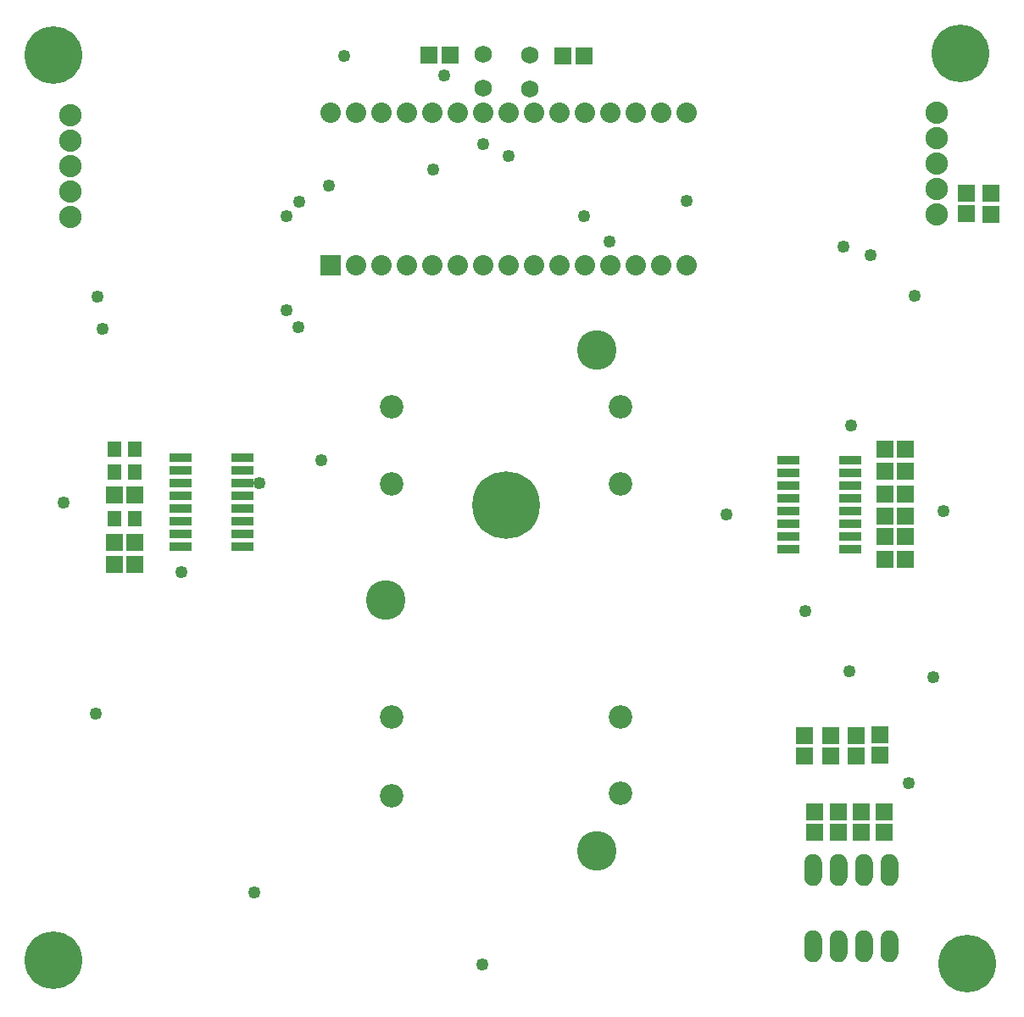
<source format=gts>
G04 MADE WITH FRITZING*
G04 WWW.FRITZING.ORG*
G04 DOUBLE SIDED*
G04 HOLES PLATED*
G04 CONTOUR ON CENTER OF CONTOUR VECTOR*
%ASAXBY*%
%FSLAX23Y23*%
%MOIN*%
%OFA0B0*%
%SFA1.0B1.0*%
%ADD10C,0.049370*%
%ADD11C,0.068189*%
%ADD12C,0.069055*%
%ADD13C,0.080000*%
%ADD14C,0.092677*%
%ADD15C,0.265905*%
%ADD16C,0.155669*%
%ADD17C,0.226535*%
%ADD18C,0.214724*%
%ADD19C,0.088000*%
%ADD20R,0.080000X0.079972*%
%ADD21R,0.090000X0.036000*%
%ADD22R,0.065118X0.069055*%
%ADD23R,0.069055X0.065118*%
%ADD24C,0.010000*%
%ADD25R,0.001000X0.001000*%
%LNMASK1*%
G90*
G70*
G54D10*
X3547Y878D03*
X1721Y3663D03*
X995Y2059D03*
X1236Y2148D03*
G54D11*
X3172Y236D03*
X3272Y236D03*
X3372Y236D03*
X3472Y236D03*
X3472Y536D03*
X3372Y536D03*
X3272Y536D03*
X3172Y536D03*
X3172Y236D03*
X3272Y236D03*
X3372Y236D03*
X3472Y236D03*
X3472Y536D03*
X3372Y536D03*
X3272Y536D03*
X3172Y536D03*
G54D10*
X1328Y3737D03*
G54D12*
X1873Y3745D03*
X1873Y3611D03*
X1873Y3745D03*
X1873Y3611D03*
X2058Y3741D03*
X2058Y3607D03*
X2058Y3741D03*
X2058Y3607D03*
G54D13*
X1273Y2914D03*
X1373Y2914D03*
X1473Y2914D03*
X1573Y2914D03*
X1673Y2914D03*
X1773Y2914D03*
X1873Y2914D03*
X1973Y2914D03*
X2073Y2914D03*
X2173Y2914D03*
X2273Y2914D03*
X2373Y2914D03*
X2473Y2914D03*
X2573Y2914D03*
X2673Y2914D03*
X1273Y3514D03*
X1373Y3514D03*
X1473Y3514D03*
X1573Y3514D03*
X1673Y3514D03*
X1773Y3514D03*
X1873Y3514D03*
X1973Y3514D03*
X2073Y3514D03*
X2173Y3514D03*
X2273Y3514D03*
X2373Y3514D03*
X2473Y3514D03*
X2573Y3514D03*
X2673Y3514D03*
G54D10*
X1870Y165D03*
X973Y450D03*
X351Y1153D03*
X358Y2792D03*
X377Y2666D03*
X688Y1708D03*
X223Y1982D03*
X1100Y2739D03*
X1147Y2672D03*
X1150Y3165D03*
X1100Y3110D03*
X2269Y3110D03*
X2675Y3169D03*
X3141Y1556D03*
X2370Y3008D03*
X3398Y2954D03*
X3569Y2794D03*
X3644Y1294D03*
X3685Y1949D03*
X3313Y1319D03*
X3292Y2989D03*
X3320Y2285D03*
X2832Y1934D03*
X1678Y3293D03*
X1975Y3345D03*
X1267Y3230D03*
X1873Y3392D03*
G54D14*
X2415Y2358D03*
X2415Y2055D03*
X1515Y2055D03*
X1515Y2358D03*
X1515Y829D03*
X1515Y1140D03*
X2415Y1140D03*
X2415Y837D03*
G54D15*
X1965Y1971D03*
G54D16*
X2319Y2582D03*
X1492Y1597D03*
X2319Y613D03*
G54D17*
X184Y181D03*
X3751Y3749D03*
X183Y3741D03*
X3776Y167D03*
G54D18*
X1969Y1971D03*
G54D19*
X252Y3106D03*
X252Y3206D03*
X252Y3306D03*
X252Y3406D03*
X252Y3506D03*
X3657Y3114D03*
X3657Y3214D03*
X3657Y3314D03*
X3657Y3414D03*
X3657Y3514D03*
G54D20*
X1273Y2914D03*
G54D21*
X685Y2158D03*
X685Y2108D03*
X685Y2058D03*
X685Y2008D03*
X685Y1958D03*
X685Y1908D03*
X685Y1858D03*
X685Y1808D03*
X927Y1808D03*
X927Y1858D03*
X927Y1908D03*
X927Y1958D03*
X927Y2008D03*
X927Y2058D03*
X927Y2108D03*
X927Y2158D03*
G54D22*
X504Y1739D03*
X423Y1739D03*
X504Y1825D03*
X423Y1825D03*
X504Y2011D03*
X423Y2011D03*
G54D21*
X3316Y1800D03*
X3316Y1850D03*
X3316Y1900D03*
X3316Y1950D03*
X3316Y2000D03*
X3316Y2050D03*
X3316Y2100D03*
X3316Y2150D03*
X3074Y2150D03*
X3074Y2100D03*
X3074Y2050D03*
X3074Y2000D03*
X3074Y1950D03*
X3074Y1900D03*
X3074Y1850D03*
X3074Y1800D03*
G54D22*
X3453Y2193D03*
X3534Y2193D03*
X3453Y2104D03*
X3534Y2104D03*
X3453Y2015D03*
X3534Y2015D03*
X3453Y1929D03*
X3534Y1929D03*
X3453Y1847D03*
X3534Y1847D03*
X3453Y1760D03*
X3534Y1760D03*
G54D23*
X3449Y766D03*
X3449Y685D03*
X3362Y766D03*
X3362Y685D03*
X3272Y766D03*
X3272Y685D03*
X3177Y766D03*
X3177Y685D03*
X3137Y1065D03*
X3137Y985D03*
X3241Y1064D03*
X3241Y984D03*
X3340Y1066D03*
X3340Y986D03*
X3434Y1068D03*
X3434Y988D03*
X3872Y3116D03*
X3872Y3197D03*
X3775Y3119D03*
X3775Y3200D03*
G54D22*
X1743Y3741D03*
X1662Y3741D03*
X2188Y3737D03*
X2269Y3737D03*
G54D24*
G36*
X476Y1890D02*
X476Y1949D01*
X531Y1949D01*
X531Y1890D01*
X476Y1890D01*
G37*
D02*
G36*
X396Y1890D02*
X396Y1949D01*
X451Y1949D01*
X451Y1890D01*
X396Y1890D01*
G37*
D02*
G36*
X476Y2072D02*
X476Y2131D01*
X531Y2131D01*
X531Y2072D01*
X476Y2072D01*
G37*
D02*
G36*
X396Y2072D02*
X396Y2131D01*
X451Y2131D01*
X451Y2072D01*
X396Y2072D01*
G37*
D02*
G36*
X476Y2162D02*
X476Y2221D01*
X531Y2221D01*
X531Y2162D01*
X476Y2162D01*
G37*
D02*
G36*
X396Y2162D02*
X396Y2221D01*
X451Y2221D01*
X451Y2162D01*
X396Y2162D01*
G37*
D02*
G54D25*
X3165Y599D02*
X3177Y599D01*
X3265Y599D02*
X3277Y599D01*
X3365Y599D02*
X3377Y599D01*
X3465Y599D02*
X3477Y599D01*
X3161Y598D02*
X3181Y598D01*
X3261Y598D02*
X3281Y598D01*
X3361Y598D02*
X3381Y598D01*
X3461Y598D02*
X3481Y598D01*
X3158Y597D02*
X3184Y597D01*
X3258Y597D02*
X3284Y597D01*
X3358Y597D02*
X3384Y597D01*
X3458Y597D02*
X3484Y597D01*
X3156Y596D02*
X3186Y596D01*
X3256Y596D02*
X3286Y596D01*
X3356Y596D02*
X3386Y596D01*
X3456Y596D02*
X3486Y596D01*
X3154Y595D02*
X3188Y595D01*
X3254Y595D02*
X3288Y595D01*
X3354Y595D02*
X3388Y595D01*
X3454Y595D02*
X3488Y595D01*
X3153Y594D02*
X3189Y594D01*
X3253Y594D02*
X3289Y594D01*
X3353Y594D02*
X3389Y594D01*
X3453Y594D02*
X3489Y594D01*
X3151Y593D02*
X3191Y593D01*
X3251Y593D02*
X3291Y593D01*
X3351Y593D02*
X3391Y593D01*
X3451Y593D02*
X3491Y593D01*
X3150Y592D02*
X3192Y592D01*
X3250Y592D02*
X3292Y592D01*
X3350Y592D02*
X3392Y592D01*
X3450Y592D02*
X3492Y592D01*
X3149Y591D02*
X3193Y591D01*
X3249Y591D02*
X3293Y591D01*
X3349Y591D02*
X3393Y591D01*
X3449Y591D02*
X3493Y591D01*
X3148Y590D02*
X3194Y590D01*
X3248Y590D02*
X3294Y590D01*
X3348Y590D02*
X3394Y590D01*
X3448Y590D02*
X3494Y590D01*
X3147Y589D02*
X3195Y589D01*
X3247Y589D02*
X3295Y589D01*
X3347Y589D02*
X3395Y589D01*
X3447Y589D02*
X3495Y589D01*
X3146Y588D02*
X3196Y588D01*
X3246Y588D02*
X3296Y588D01*
X3346Y588D02*
X3396Y588D01*
X3446Y588D02*
X3496Y588D01*
X3145Y587D02*
X3197Y587D01*
X3245Y587D02*
X3297Y587D01*
X3345Y587D02*
X3397Y587D01*
X3445Y587D02*
X3497Y587D01*
X3144Y586D02*
X3198Y586D01*
X3244Y586D02*
X3298Y586D01*
X3344Y586D02*
X3398Y586D01*
X3444Y586D02*
X3498Y586D01*
X3144Y585D02*
X3199Y585D01*
X3244Y585D02*
X3299Y585D01*
X3344Y585D02*
X3399Y585D01*
X3444Y585D02*
X3499Y585D01*
X3143Y584D02*
X3199Y584D01*
X3243Y584D02*
X3299Y584D01*
X3343Y584D02*
X3399Y584D01*
X3443Y584D02*
X3499Y584D01*
X3142Y583D02*
X3200Y583D01*
X3242Y583D02*
X3300Y583D01*
X3342Y583D02*
X3400Y583D01*
X3442Y583D02*
X3500Y583D01*
X3142Y582D02*
X3200Y582D01*
X3242Y582D02*
X3300Y582D01*
X3342Y582D02*
X3400Y582D01*
X3442Y582D02*
X3500Y582D01*
X3141Y581D02*
X3201Y581D01*
X3241Y581D02*
X3301Y581D01*
X3341Y581D02*
X3401Y581D01*
X3441Y581D02*
X3501Y581D01*
X3141Y580D02*
X3201Y580D01*
X3241Y580D02*
X3301Y580D01*
X3341Y580D02*
X3401Y580D01*
X3441Y580D02*
X3501Y580D01*
X3140Y579D02*
X3202Y579D01*
X3240Y579D02*
X3302Y579D01*
X3340Y579D02*
X3402Y579D01*
X3440Y579D02*
X3502Y579D01*
X3140Y578D02*
X3202Y578D01*
X3240Y578D02*
X3302Y578D01*
X3340Y578D02*
X3402Y578D01*
X3440Y578D02*
X3502Y578D01*
X3140Y577D02*
X3203Y577D01*
X3240Y577D02*
X3303Y577D01*
X3340Y577D02*
X3403Y577D01*
X3440Y577D02*
X3503Y577D01*
X3139Y576D02*
X3203Y576D01*
X3239Y576D02*
X3303Y576D01*
X3339Y576D02*
X3403Y576D01*
X3439Y576D02*
X3503Y576D01*
X3139Y575D02*
X3203Y575D01*
X3239Y575D02*
X3303Y575D01*
X3339Y575D02*
X3403Y575D01*
X3439Y575D02*
X3503Y575D01*
X3139Y574D02*
X3204Y574D01*
X3239Y574D02*
X3304Y574D01*
X3339Y574D02*
X3404Y574D01*
X3439Y574D02*
X3504Y574D01*
X3138Y573D02*
X3204Y573D01*
X3238Y573D02*
X3304Y573D01*
X3338Y573D02*
X3404Y573D01*
X3438Y573D02*
X3504Y573D01*
X3138Y572D02*
X3204Y572D01*
X3238Y572D02*
X3304Y572D01*
X3338Y572D02*
X3404Y572D01*
X3438Y572D02*
X3504Y572D01*
X3138Y571D02*
X3204Y571D01*
X3238Y571D02*
X3304Y571D01*
X3338Y571D02*
X3404Y571D01*
X3438Y571D02*
X3504Y571D01*
X3138Y570D02*
X3204Y570D01*
X3238Y570D02*
X3304Y570D01*
X3338Y570D02*
X3404Y570D01*
X3438Y570D02*
X3504Y570D01*
X3138Y569D02*
X3204Y569D01*
X3238Y569D02*
X3304Y569D01*
X3338Y569D02*
X3404Y569D01*
X3438Y569D02*
X3504Y569D01*
X3138Y568D02*
X3205Y568D01*
X3238Y568D02*
X3305Y568D01*
X3338Y568D02*
X3405Y568D01*
X3438Y568D02*
X3505Y568D01*
X3138Y567D02*
X3205Y567D01*
X3238Y567D02*
X3305Y567D01*
X3338Y567D02*
X3405Y567D01*
X3438Y567D02*
X3505Y567D01*
X3137Y566D02*
X3205Y566D01*
X3237Y566D02*
X3305Y566D01*
X3337Y566D02*
X3405Y566D01*
X3437Y566D02*
X3505Y566D01*
X3137Y565D02*
X3205Y565D01*
X3237Y565D02*
X3305Y565D01*
X3337Y565D02*
X3405Y565D01*
X3437Y565D02*
X3505Y565D01*
X3137Y564D02*
X3205Y564D01*
X3237Y564D02*
X3305Y564D01*
X3337Y564D02*
X3405Y564D01*
X3437Y564D02*
X3505Y564D01*
X3137Y563D02*
X3205Y563D01*
X3237Y563D02*
X3305Y563D01*
X3337Y563D02*
X3405Y563D01*
X3437Y563D02*
X3505Y563D01*
X3137Y562D02*
X3205Y562D01*
X3237Y562D02*
X3305Y562D01*
X3337Y562D02*
X3405Y562D01*
X3437Y562D02*
X3505Y562D01*
X3137Y561D02*
X3205Y561D01*
X3237Y561D02*
X3305Y561D01*
X3337Y561D02*
X3405Y561D01*
X3437Y561D02*
X3505Y561D01*
X3137Y560D02*
X3205Y560D01*
X3237Y560D02*
X3305Y560D01*
X3337Y560D02*
X3405Y560D01*
X3437Y560D02*
X3505Y560D01*
X3137Y559D02*
X3205Y559D01*
X3237Y559D02*
X3305Y559D01*
X3337Y559D02*
X3405Y559D01*
X3437Y559D02*
X3505Y559D01*
X3137Y558D02*
X3205Y558D01*
X3237Y558D02*
X3305Y558D01*
X3337Y558D02*
X3405Y558D01*
X3437Y558D02*
X3505Y558D01*
X3137Y557D02*
X3205Y557D01*
X3237Y557D02*
X3305Y557D01*
X3337Y557D02*
X3405Y557D01*
X3437Y557D02*
X3505Y557D01*
X3137Y556D02*
X3205Y556D01*
X3237Y556D02*
X3305Y556D01*
X3337Y556D02*
X3405Y556D01*
X3437Y556D02*
X3505Y556D01*
X3137Y555D02*
X3205Y555D01*
X3237Y555D02*
X3305Y555D01*
X3337Y555D02*
X3405Y555D01*
X3437Y555D02*
X3505Y555D01*
X3137Y554D02*
X3205Y554D01*
X3237Y554D02*
X3305Y554D01*
X3337Y554D02*
X3405Y554D01*
X3437Y554D02*
X3505Y554D01*
X3137Y553D02*
X3205Y553D01*
X3237Y553D02*
X3305Y553D01*
X3337Y553D02*
X3405Y553D01*
X3437Y553D02*
X3505Y553D01*
X3137Y552D02*
X3205Y552D01*
X3237Y552D02*
X3305Y552D01*
X3337Y552D02*
X3405Y552D01*
X3437Y552D02*
X3505Y552D01*
X3137Y551D02*
X3205Y551D01*
X3237Y551D02*
X3305Y551D01*
X3337Y551D02*
X3405Y551D01*
X3437Y551D02*
X3505Y551D01*
X3137Y550D02*
X3166Y550D01*
X3176Y550D02*
X3205Y550D01*
X3237Y550D02*
X3266Y550D01*
X3276Y550D02*
X3305Y550D01*
X3337Y550D02*
X3366Y550D01*
X3376Y550D02*
X3405Y550D01*
X3437Y550D02*
X3466Y550D01*
X3476Y550D02*
X3505Y550D01*
X3137Y549D02*
X3164Y549D01*
X3178Y549D02*
X3205Y549D01*
X3237Y549D02*
X3264Y549D01*
X3278Y549D02*
X3305Y549D01*
X3337Y549D02*
X3364Y549D01*
X3378Y549D02*
X3405Y549D01*
X3437Y549D02*
X3464Y549D01*
X3478Y549D02*
X3505Y549D01*
X3137Y548D02*
X3162Y548D01*
X3180Y548D02*
X3205Y548D01*
X3237Y548D02*
X3262Y548D01*
X3280Y548D02*
X3305Y548D01*
X3337Y548D02*
X3362Y548D01*
X3380Y548D02*
X3405Y548D01*
X3437Y548D02*
X3462Y548D01*
X3480Y548D02*
X3505Y548D01*
X3137Y547D02*
X3161Y547D01*
X3181Y547D02*
X3205Y547D01*
X3237Y547D02*
X3261Y547D01*
X3281Y547D02*
X3305Y547D01*
X3337Y547D02*
X3361Y547D01*
X3381Y547D02*
X3405Y547D01*
X3437Y547D02*
X3461Y547D01*
X3481Y547D02*
X3505Y547D01*
X3137Y546D02*
X3160Y546D01*
X3182Y546D02*
X3205Y546D01*
X3237Y546D02*
X3260Y546D01*
X3282Y546D02*
X3305Y546D01*
X3337Y546D02*
X3360Y546D01*
X3382Y546D02*
X3405Y546D01*
X3437Y546D02*
X3460Y546D01*
X3482Y546D02*
X3505Y546D01*
X3137Y545D02*
X3159Y545D01*
X3183Y545D02*
X3205Y545D01*
X3237Y545D02*
X3259Y545D01*
X3283Y545D02*
X3305Y545D01*
X3337Y545D02*
X3359Y545D01*
X3383Y545D02*
X3405Y545D01*
X3437Y545D02*
X3459Y545D01*
X3483Y545D02*
X3505Y545D01*
X3137Y544D02*
X3159Y544D01*
X3184Y544D02*
X3205Y544D01*
X3237Y544D02*
X3259Y544D01*
X3284Y544D02*
X3305Y544D01*
X3337Y544D02*
X3359Y544D01*
X3384Y544D02*
X3405Y544D01*
X3437Y544D02*
X3459Y544D01*
X3484Y544D02*
X3505Y544D01*
X3137Y543D02*
X3158Y543D01*
X3184Y543D02*
X3205Y543D01*
X3237Y543D02*
X3258Y543D01*
X3284Y543D02*
X3305Y543D01*
X3337Y543D02*
X3358Y543D01*
X3384Y543D02*
X3405Y543D01*
X3437Y543D02*
X3458Y543D01*
X3484Y543D02*
X3505Y543D01*
X3137Y542D02*
X3157Y542D01*
X3185Y542D02*
X3205Y542D01*
X3237Y542D02*
X3257Y542D01*
X3285Y542D02*
X3305Y542D01*
X3337Y542D02*
X3357Y542D01*
X3385Y542D02*
X3405Y542D01*
X3437Y542D02*
X3457Y542D01*
X3485Y542D02*
X3505Y542D01*
X3137Y541D02*
X3157Y541D01*
X3185Y541D02*
X3205Y541D01*
X3237Y541D02*
X3257Y541D01*
X3285Y541D02*
X3305Y541D01*
X3337Y541D02*
X3357Y541D01*
X3385Y541D02*
X3405Y541D01*
X3437Y541D02*
X3457Y541D01*
X3485Y541D02*
X3505Y541D01*
X3137Y540D02*
X3157Y540D01*
X3185Y540D02*
X3205Y540D01*
X3237Y540D02*
X3257Y540D01*
X3285Y540D02*
X3305Y540D01*
X3337Y540D02*
X3357Y540D01*
X3385Y540D02*
X3405Y540D01*
X3437Y540D02*
X3457Y540D01*
X3485Y540D02*
X3505Y540D01*
X3137Y539D02*
X3157Y539D01*
X3185Y539D02*
X3205Y539D01*
X3237Y539D02*
X3257Y539D01*
X3285Y539D02*
X3305Y539D01*
X3337Y539D02*
X3357Y539D01*
X3385Y539D02*
X3405Y539D01*
X3437Y539D02*
X3457Y539D01*
X3485Y539D02*
X3505Y539D01*
X3137Y538D02*
X3157Y538D01*
X3186Y538D02*
X3205Y538D01*
X3237Y538D02*
X3257Y538D01*
X3286Y538D02*
X3305Y538D01*
X3337Y538D02*
X3357Y538D01*
X3386Y538D02*
X3405Y538D01*
X3437Y538D02*
X3457Y538D01*
X3486Y538D02*
X3505Y538D01*
X3137Y537D02*
X3156Y537D01*
X3186Y537D02*
X3205Y537D01*
X3237Y537D02*
X3256Y537D01*
X3286Y537D02*
X3305Y537D01*
X3337Y537D02*
X3356Y537D01*
X3386Y537D02*
X3405Y537D01*
X3437Y537D02*
X3456Y537D01*
X3486Y537D02*
X3505Y537D01*
X3137Y536D02*
X3157Y536D01*
X3186Y536D02*
X3205Y536D01*
X3237Y536D02*
X3257Y536D01*
X3286Y536D02*
X3305Y536D01*
X3337Y536D02*
X3357Y536D01*
X3386Y536D02*
X3405Y536D01*
X3437Y536D02*
X3457Y536D01*
X3486Y536D02*
X3505Y536D01*
X3137Y535D02*
X3157Y535D01*
X3186Y535D02*
X3205Y535D01*
X3237Y535D02*
X3257Y535D01*
X3286Y535D02*
X3305Y535D01*
X3337Y535D02*
X3357Y535D01*
X3386Y535D02*
X3405Y535D01*
X3437Y535D02*
X3457Y535D01*
X3486Y535D02*
X3505Y535D01*
X3137Y534D02*
X3157Y534D01*
X3185Y534D02*
X3205Y534D01*
X3237Y534D02*
X3257Y534D01*
X3285Y534D02*
X3305Y534D01*
X3337Y534D02*
X3357Y534D01*
X3385Y534D02*
X3405Y534D01*
X3437Y534D02*
X3457Y534D01*
X3485Y534D02*
X3505Y534D01*
X3137Y533D02*
X3157Y533D01*
X3185Y533D02*
X3205Y533D01*
X3237Y533D02*
X3257Y533D01*
X3285Y533D02*
X3305Y533D01*
X3337Y533D02*
X3357Y533D01*
X3385Y533D02*
X3405Y533D01*
X3437Y533D02*
X3457Y533D01*
X3485Y533D02*
X3505Y533D01*
X3137Y532D02*
X3157Y532D01*
X3185Y532D02*
X3205Y532D01*
X3237Y532D02*
X3257Y532D01*
X3285Y532D02*
X3305Y532D01*
X3337Y532D02*
X3357Y532D01*
X3385Y532D02*
X3405Y532D01*
X3437Y532D02*
X3457Y532D01*
X3485Y532D02*
X3505Y532D01*
X3137Y531D02*
X3158Y531D01*
X3185Y531D02*
X3205Y531D01*
X3237Y531D02*
X3258Y531D01*
X3285Y531D02*
X3305Y531D01*
X3337Y531D02*
X3358Y531D01*
X3385Y531D02*
X3405Y531D01*
X3437Y531D02*
X3458Y531D01*
X3485Y531D02*
X3505Y531D01*
X3137Y530D02*
X3158Y530D01*
X3184Y530D02*
X3205Y530D01*
X3237Y530D02*
X3258Y530D01*
X3284Y530D02*
X3305Y530D01*
X3337Y530D02*
X3358Y530D01*
X3384Y530D02*
X3405Y530D01*
X3437Y530D02*
X3458Y530D01*
X3484Y530D02*
X3505Y530D01*
X3137Y529D02*
X3159Y529D01*
X3183Y529D02*
X3205Y529D01*
X3237Y529D02*
X3259Y529D01*
X3283Y529D02*
X3305Y529D01*
X3337Y529D02*
X3359Y529D01*
X3383Y529D02*
X3405Y529D01*
X3437Y529D02*
X3459Y529D01*
X3483Y529D02*
X3505Y529D01*
X3137Y528D02*
X3159Y528D01*
X3183Y528D02*
X3205Y528D01*
X3237Y528D02*
X3259Y528D01*
X3283Y528D02*
X3305Y528D01*
X3337Y528D02*
X3359Y528D01*
X3383Y528D02*
X3405Y528D01*
X3437Y528D02*
X3459Y528D01*
X3483Y528D02*
X3505Y528D01*
X3137Y527D02*
X3160Y527D01*
X3182Y527D02*
X3205Y527D01*
X3237Y527D02*
X3260Y527D01*
X3282Y527D02*
X3305Y527D01*
X3337Y527D02*
X3360Y527D01*
X3382Y527D02*
X3405Y527D01*
X3437Y527D02*
X3460Y527D01*
X3482Y527D02*
X3505Y527D01*
X3137Y526D02*
X3161Y526D01*
X3181Y526D02*
X3205Y526D01*
X3237Y526D02*
X3261Y526D01*
X3281Y526D02*
X3305Y526D01*
X3337Y526D02*
X3361Y526D01*
X3381Y526D02*
X3405Y526D01*
X3437Y526D02*
X3461Y526D01*
X3481Y526D02*
X3505Y526D01*
X3137Y525D02*
X3162Y525D01*
X3180Y525D02*
X3205Y525D01*
X3237Y525D02*
X3262Y525D01*
X3280Y525D02*
X3305Y525D01*
X3337Y525D02*
X3362Y525D01*
X3380Y525D02*
X3405Y525D01*
X3437Y525D02*
X3462Y525D01*
X3480Y525D02*
X3505Y525D01*
X3137Y524D02*
X3164Y524D01*
X3178Y524D02*
X3205Y524D01*
X3237Y524D02*
X3264Y524D01*
X3278Y524D02*
X3305Y524D01*
X3337Y524D02*
X3364Y524D01*
X3378Y524D02*
X3405Y524D01*
X3437Y524D02*
X3464Y524D01*
X3478Y524D02*
X3505Y524D01*
X3137Y523D02*
X3167Y523D01*
X3175Y523D02*
X3205Y523D01*
X3237Y523D02*
X3267Y523D01*
X3275Y523D02*
X3305Y523D01*
X3337Y523D02*
X3367Y523D01*
X3375Y523D02*
X3405Y523D01*
X3437Y523D02*
X3467Y523D01*
X3475Y523D02*
X3505Y523D01*
X3137Y522D02*
X3205Y522D01*
X3237Y522D02*
X3305Y522D01*
X3337Y522D02*
X3405Y522D01*
X3437Y522D02*
X3505Y522D01*
X3137Y521D02*
X3205Y521D01*
X3237Y521D02*
X3305Y521D01*
X3337Y521D02*
X3405Y521D01*
X3437Y521D02*
X3505Y521D01*
X3137Y520D02*
X3205Y520D01*
X3237Y520D02*
X3305Y520D01*
X3337Y520D02*
X3405Y520D01*
X3437Y520D02*
X3505Y520D01*
X3137Y519D02*
X3205Y519D01*
X3237Y519D02*
X3305Y519D01*
X3337Y519D02*
X3405Y519D01*
X3437Y519D02*
X3505Y519D01*
X3137Y518D02*
X3205Y518D01*
X3237Y518D02*
X3305Y518D01*
X3337Y518D02*
X3405Y518D01*
X3437Y518D02*
X3505Y518D01*
X3137Y517D02*
X3205Y517D01*
X3237Y517D02*
X3305Y517D01*
X3337Y517D02*
X3405Y517D01*
X3437Y517D02*
X3505Y517D01*
X3137Y516D02*
X3205Y516D01*
X3237Y516D02*
X3305Y516D01*
X3337Y516D02*
X3405Y516D01*
X3437Y516D02*
X3505Y516D01*
X3137Y515D02*
X3205Y515D01*
X3237Y515D02*
X3305Y515D01*
X3337Y515D02*
X3405Y515D01*
X3437Y515D02*
X3505Y515D01*
X3137Y514D02*
X3205Y514D01*
X3237Y514D02*
X3305Y514D01*
X3337Y514D02*
X3405Y514D01*
X3437Y514D02*
X3505Y514D01*
X3137Y513D02*
X3205Y513D01*
X3237Y513D02*
X3305Y513D01*
X3337Y513D02*
X3405Y513D01*
X3437Y513D02*
X3505Y513D01*
X3137Y512D02*
X3205Y512D01*
X3237Y512D02*
X3305Y512D01*
X3337Y512D02*
X3405Y512D01*
X3437Y512D02*
X3505Y512D01*
X3137Y511D02*
X3205Y511D01*
X3237Y511D02*
X3305Y511D01*
X3337Y511D02*
X3405Y511D01*
X3437Y511D02*
X3505Y511D01*
X3137Y510D02*
X3205Y510D01*
X3237Y510D02*
X3305Y510D01*
X3337Y510D02*
X3405Y510D01*
X3437Y510D02*
X3505Y510D01*
X3137Y509D02*
X3205Y509D01*
X3237Y509D02*
X3305Y509D01*
X3337Y509D02*
X3405Y509D01*
X3437Y509D02*
X3505Y509D01*
X3137Y508D02*
X3205Y508D01*
X3237Y508D02*
X3305Y508D01*
X3337Y508D02*
X3405Y508D01*
X3437Y508D02*
X3505Y508D01*
X3137Y507D02*
X3205Y507D01*
X3237Y507D02*
X3305Y507D01*
X3337Y507D02*
X3405Y507D01*
X3437Y507D02*
X3505Y507D01*
X3138Y506D02*
X3205Y506D01*
X3238Y506D02*
X3305Y506D01*
X3338Y506D02*
X3405Y506D01*
X3438Y506D02*
X3505Y506D01*
X3138Y505D02*
X3205Y505D01*
X3238Y505D02*
X3305Y505D01*
X3338Y505D02*
X3405Y505D01*
X3438Y505D02*
X3505Y505D01*
X3138Y504D02*
X3204Y504D01*
X3238Y504D02*
X3304Y504D01*
X3338Y504D02*
X3404Y504D01*
X3438Y504D02*
X3504Y504D01*
X3138Y503D02*
X3204Y503D01*
X3238Y503D02*
X3304Y503D01*
X3338Y503D02*
X3404Y503D01*
X3438Y503D02*
X3504Y503D01*
X3138Y502D02*
X3204Y502D01*
X3238Y502D02*
X3304Y502D01*
X3338Y502D02*
X3404Y502D01*
X3438Y502D02*
X3504Y502D01*
X3138Y501D02*
X3204Y501D01*
X3238Y501D02*
X3304Y501D01*
X3338Y501D02*
X3404Y501D01*
X3438Y501D02*
X3504Y501D01*
X3138Y500D02*
X3204Y500D01*
X3238Y500D02*
X3304Y500D01*
X3338Y500D02*
X3404Y500D01*
X3438Y500D02*
X3504Y500D01*
X3139Y499D02*
X3203Y499D01*
X3239Y499D02*
X3303Y499D01*
X3339Y499D02*
X3403Y499D01*
X3439Y499D02*
X3503Y499D01*
X3139Y498D02*
X3203Y498D01*
X3239Y498D02*
X3303Y498D01*
X3339Y498D02*
X3403Y498D01*
X3439Y498D02*
X3503Y498D01*
X3139Y497D02*
X3203Y497D01*
X3239Y497D02*
X3303Y497D01*
X3339Y497D02*
X3403Y497D01*
X3439Y497D02*
X3503Y497D01*
X3140Y496D02*
X3203Y496D01*
X3240Y496D02*
X3303Y496D01*
X3340Y496D02*
X3403Y496D01*
X3440Y496D02*
X3503Y496D01*
X3140Y495D02*
X3202Y495D01*
X3240Y495D02*
X3302Y495D01*
X3340Y495D02*
X3402Y495D01*
X3440Y495D02*
X3502Y495D01*
X3140Y494D02*
X3202Y494D01*
X3240Y494D02*
X3302Y494D01*
X3340Y494D02*
X3402Y494D01*
X3440Y494D02*
X3502Y494D01*
X3141Y493D02*
X3201Y493D01*
X3241Y493D02*
X3301Y493D01*
X3341Y493D02*
X3401Y493D01*
X3441Y493D02*
X3501Y493D01*
X3141Y492D02*
X3201Y492D01*
X3241Y492D02*
X3301Y492D01*
X3341Y492D02*
X3401Y492D01*
X3441Y492D02*
X3501Y492D01*
X3142Y491D02*
X3200Y491D01*
X3242Y491D02*
X3300Y491D01*
X3342Y491D02*
X3400Y491D01*
X3442Y491D02*
X3500Y491D01*
X3142Y490D02*
X3200Y490D01*
X3242Y490D02*
X3300Y490D01*
X3342Y490D02*
X3400Y490D01*
X3442Y490D02*
X3500Y490D01*
X3143Y489D02*
X3199Y489D01*
X3243Y489D02*
X3299Y489D01*
X3343Y489D02*
X3399Y489D01*
X3443Y489D02*
X3499Y489D01*
X3144Y488D02*
X3198Y488D01*
X3244Y488D02*
X3298Y488D01*
X3344Y488D02*
X3398Y488D01*
X3444Y488D02*
X3498Y488D01*
X3144Y487D02*
X3198Y487D01*
X3244Y487D02*
X3298Y487D01*
X3344Y487D02*
X3398Y487D01*
X3444Y487D02*
X3498Y487D01*
X3145Y486D02*
X3197Y486D01*
X3245Y486D02*
X3297Y486D01*
X3345Y486D02*
X3397Y486D01*
X3445Y486D02*
X3497Y486D01*
X3146Y485D02*
X3196Y485D01*
X3246Y485D02*
X3296Y485D01*
X3346Y485D02*
X3396Y485D01*
X3446Y485D02*
X3496Y485D01*
X3147Y484D02*
X3195Y484D01*
X3247Y484D02*
X3295Y484D01*
X3347Y484D02*
X3395Y484D01*
X3447Y484D02*
X3495Y484D01*
X3148Y483D02*
X3194Y483D01*
X3248Y483D02*
X3294Y483D01*
X3348Y483D02*
X3394Y483D01*
X3448Y483D02*
X3494Y483D01*
X3149Y482D02*
X3193Y482D01*
X3249Y482D02*
X3293Y482D01*
X3349Y482D02*
X3393Y482D01*
X3449Y482D02*
X3493Y482D01*
X3150Y481D02*
X3192Y481D01*
X3250Y481D02*
X3292Y481D01*
X3350Y481D02*
X3392Y481D01*
X3450Y481D02*
X3492Y481D01*
X3151Y480D02*
X3191Y480D01*
X3251Y480D02*
X3291Y480D01*
X3351Y480D02*
X3391Y480D01*
X3451Y480D02*
X3491Y480D01*
X3153Y479D02*
X3189Y479D01*
X3253Y479D02*
X3289Y479D01*
X3353Y479D02*
X3389Y479D01*
X3453Y479D02*
X3489Y479D01*
X3155Y478D02*
X3188Y478D01*
X3255Y478D02*
X3288Y478D01*
X3355Y478D02*
X3388Y478D01*
X3455Y478D02*
X3488Y478D01*
X3157Y477D02*
X3186Y477D01*
X3257Y477D02*
X3286Y477D01*
X3357Y477D02*
X3386Y477D01*
X3457Y477D02*
X3486Y477D01*
X3159Y476D02*
X3183Y476D01*
X3259Y476D02*
X3283Y476D01*
X3359Y476D02*
X3383Y476D01*
X3459Y476D02*
X3483Y476D01*
X3161Y475D02*
X3181Y475D01*
X3261Y475D02*
X3281Y475D01*
X3361Y475D02*
X3381Y475D01*
X3461Y475D02*
X3481Y475D01*
X3165Y474D02*
X3177Y474D01*
X3265Y474D02*
X3277Y474D01*
X3365Y474D02*
X3377Y474D01*
X3465Y474D02*
X3477Y474D01*
X3165Y299D02*
X3177Y299D01*
X3265Y299D02*
X3277Y299D01*
X3365Y299D02*
X3377Y299D01*
X3465Y299D02*
X3477Y299D01*
X3161Y298D02*
X3181Y298D01*
X3261Y298D02*
X3281Y298D01*
X3361Y298D02*
X3381Y298D01*
X3461Y298D02*
X3481Y298D01*
X3158Y297D02*
X3184Y297D01*
X3258Y297D02*
X3284Y297D01*
X3358Y297D02*
X3384Y297D01*
X3458Y297D02*
X3484Y297D01*
X3156Y296D02*
X3186Y296D01*
X3256Y296D02*
X3286Y296D01*
X3356Y296D02*
X3386Y296D01*
X3456Y296D02*
X3486Y296D01*
X3154Y295D02*
X3188Y295D01*
X3254Y295D02*
X3288Y295D01*
X3354Y295D02*
X3388Y295D01*
X3454Y295D02*
X3488Y295D01*
X3153Y294D02*
X3189Y294D01*
X3253Y294D02*
X3289Y294D01*
X3353Y294D02*
X3389Y294D01*
X3453Y294D02*
X3489Y294D01*
X3151Y293D02*
X3191Y293D01*
X3251Y293D02*
X3291Y293D01*
X3351Y293D02*
X3391Y293D01*
X3451Y293D02*
X3491Y293D01*
X3150Y292D02*
X3192Y292D01*
X3250Y292D02*
X3292Y292D01*
X3350Y292D02*
X3392Y292D01*
X3450Y292D02*
X3492Y292D01*
X3149Y291D02*
X3193Y291D01*
X3249Y291D02*
X3293Y291D01*
X3349Y291D02*
X3393Y291D01*
X3449Y291D02*
X3493Y291D01*
X3148Y290D02*
X3194Y290D01*
X3248Y290D02*
X3294Y290D01*
X3348Y290D02*
X3394Y290D01*
X3448Y290D02*
X3494Y290D01*
X3147Y289D02*
X3195Y289D01*
X3247Y289D02*
X3295Y289D01*
X3347Y289D02*
X3395Y289D01*
X3447Y289D02*
X3495Y289D01*
X3146Y288D02*
X3196Y288D01*
X3246Y288D02*
X3296Y288D01*
X3346Y288D02*
X3396Y288D01*
X3446Y288D02*
X3496Y288D01*
X3145Y287D02*
X3197Y287D01*
X3245Y287D02*
X3297Y287D01*
X3345Y287D02*
X3397Y287D01*
X3445Y287D02*
X3497Y287D01*
X3144Y286D02*
X3198Y286D01*
X3244Y286D02*
X3298Y286D01*
X3344Y286D02*
X3398Y286D01*
X3444Y286D02*
X3498Y286D01*
X3144Y285D02*
X3199Y285D01*
X3244Y285D02*
X3299Y285D01*
X3344Y285D02*
X3399Y285D01*
X3444Y285D02*
X3499Y285D01*
X3143Y284D02*
X3199Y284D01*
X3243Y284D02*
X3299Y284D01*
X3343Y284D02*
X3399Y284D01*
X3443Y284D02*
X3499Y284D01*
X3142Y283D02*
X3200Y283D01*
X3242Y283D02*
X3300Y283D01*
X3342Y283D02*
X3400Y283D01*
X3442Y283D02*
X3500Y283D01*
X3142Y282D02*
X3200Y282D01*
X3242Y282D02*
X3300Y282D01*
X3342Y282D02*
X3400Y282D01*
X3442Y282D02*
X3500Y282D01*
X3141Y281D02*
X3201Y281D01*
X3241Y281D02*
X3301Y281D01*
X3341Y281D02*
X3401Y281D01*
X3441Y281D02*
X3501Y281D01*
X3141Y280D02*
X3201Y280D01*
X3241Y280D02*
X3301Y280D01*
X3341Y280D02*
X3401Y280D01*
X3441Y280D02*
X3501Y280D01*
X3140Y279D02*
X3202Y279D01*
X3240Y279D02*
X3302Y279D01*
X3340Y279D02*
X3402Y279D01*
X3440Y279D02*
X3502Y279D01*
X3140Y278D02*
X3202Y278D01*
X3240Y278D02*
X3302Y278D01*
X3340Y278D02*
X3402Y278D01*
X3440Y278D02*
X3502Y278D01*
X3140Y277D02*
X3203Y277D01*
X3240Y277D02*
X3303Y277D01*
X3340Y277D02*
X3403Y277D01*
X3440Y277D02*
X3503Y277D01*
X3139Y276D02*
X3203Y276D01*
X3239Y276D02*
X3303Y276D01*
X3339Y276D02*
X3403Y276D01*
X3439Y276D02*
X3503Y276D01*
X3139Y275D02*
X3203Y275D01*
X3239Y275D02*
X3303Y275D01*
X3339Y275D02*
X3403Y275D01*
X3439Y275D02*
X3503Y275D01*
X3139Y274D02*
X3204Y274D01*
X3239Y274D02*
X3304Y274D01*
X3339Y274D02*
X3404Y274D01*
X3439Y274D02*
X3504Y274D01*
X3138Y273D02*
X3204Y273D01*
X3238Y273D02*
X3304Y273D01*
X3338Y273D02*
X3404Y273D01*
X3438Y273D02*
X3504Y273D01*
X3138Y272D02*
X3204Y272D01*
X3238Y272D02*
X3304Y272D01*
X3338Y272D02*
X3404Y272D01*
X3438Y272D02*
X3504Y272D01*
X3138Y271D02*
X3204Y271D01*
X3238Y271D02*
X3304Y271D01*
X3338Y271D02*
X3404Y271D01*
X3438Y271D02*
X3504Y271D01*
X3138Y270D02*
X3204Y270D01*
X3238Y270D02*
X3304Y270D01*
X3338Y270D02*
X3404Y270D01*
X3438Y270D02*
X3504Y270D01*
X3138Y269D02*
X3204Y269D01*
X3238Y269D02*
X3304Y269D01*
X3338Y269D02*
X3404Y269D01*
X3438Y269D02*
X3504Y269D01*
X3138Y268D02*
X3205Y268D01*
X3238Y268D02*
X3305Y268D01*
X3338Y268D02*
X3405Y268D01*
X3438Y268D02*
X3505Y268D01*
X3138Y267D02*
X3205Y267D01*
X3238Y267D02*
X3305Y267D01*
X3338Y267D02*
X3405Y267D01*
X3438Y267D02*
X3505Y267D01*
X3137Y266D02*
X3205Y266D01*
X3237Y266D02*
X3305Y266D01*
X3337Y266D02*
X3405Y266D01*
X3437Y266D02*
X3505Y266D01*
X3137Y265D02*
X3205Y265D01*
X3237Y265D02*
X3305Y265D01*
X3337Y265D02*
X3405Y265D01*
X3437Y265D02*
X3505Y265D01*
X3137Y264D02*
X3205Y264D01*
X3237Y264D02*
X3305Y264D01*
X3337Y264D02*
X3405Y264D01*
X3437Y264D02*
X3505Y264D01*
X3137Y263D02*
X3205Y263D01*
X3237Y263D02*
X3305Y263D01*
X3337Y263D02*
X3405Y263D01*
X3437Y263D02*
X3505Y263D01*
X3137Y262D02*
X3205Y262D01*
X3237Y262D02*
X3305Y262D01*
X3337Y262D02*
X3405Y262D01*
X3437Y262D02*
X3505Y262D01*
X3137Y261D02*
X3205Y261D01*
X3237Y261D02*
X3305Y261D01*
X3337Y261D02*
X3405Y261D01*
X3437Y261D02*
X3505Y261D01*
X3137Y260D02*
X3205Y260D01*
X3237Y260D02*
X3305Y260D01*
X3337Y260D02*
X3405Y260D01*
X3437Y260D02*
X3505Y260D01*
X3137Y259D02*
X3205Y259D01*
X3237Y259D02*
X3305Y259D01*
X3337Y259D02*
X3405Y259D01*
X3437Y259D02*
X3505Y259D01*
X3137Y258D02*
X3205Y258D01*
X3237Y258D02*
X3305Y258D01*
X3337Y258D02*
X3405Y258D01*
X3437Y258D02*
X3505Y258D01*
X3137Y257D02*
X3205Y257D01*
X3237Y257D02*
X3305Y257D01*
X3337Y257D02*
X3405Y257D01*
X3437Y257D02*
X3505Y257D01*
X3137Y256D02*
X3205Y256D01*
X3237Y256D02*
X3305Y256D01*
X3337Y256D02*
X3405Y256D01*
X3437Y256D02*
X3505Y256D01*
X3137Y255D02*
X3205Y255D01*
X3237Y255D02*
X3305Y255D01*
X3337Y255D02*
X3405Y255D01*
X3437Y255D02*
X3505Y255D01*
X3137Y254D02*
X3205Y254D01*
X3237Y254D02*
X3305Y254D01*
X3337Y254D02*
X3405Y254D01*
X3437Y254D02*
X3505Y254D01*
X3137Y253D02*
X3205Y253D01*
X3237Y253D02*
X3305Y253D01*
X3337Y253D02*
X3405Y253D01*
X3437Y253D02*
X3505Y253D01*
X3137Y252D02*
X3205Y252D01*
X3237Y252D02*
X3305Y252D01*
X3337Y252D02*
X3405Y252D01*
X3437Y252D02*
X3505Y252D01*
X3137Y251D02*
X3205Y251D01*
X3237Y251D02*
X3305Y251D01*
X3337Y251D02*
X3405Y251D01*
X3437Y251D02*
X3505Y251D01*
X3137Y250D02*
X3166Y250D01*
X3176Y250D02*
X3205Y250D01*
X3237Y250D02*
X3266Y250D01*
X3276Y250D02*
X3305Y250D01*
X3337Y250D02*
X3366Y250D01*
X3376Y250D02*
X3405Y250D01*
X3437Y250D02*
X3466Y250D01*
X3476Y250D02*
X3505Y250D01*
X3137Y249D02*
X3164Y249D01*
X3178Y249D02*
X3205Y249D01*
X3237Y249D02*
X3264Y249D01*
X3278Y249D02*
X3305Y249D01*
X3337Y249D02*
X3364Y249D01*
X3378Y249D02*
X3405Y249D01*
X3437Y249D02*
X3464Y249D01*
X3478Y249D02*
X3505Y249D01*
X3137Y248D02*
X3162Y248D01*
X3180Y248D02*
X3205Y248D01*
X3237Y248D02*
X3262Y248D01*
X3280Y248D02*
X3305Y248D01*
X3337Y248D02*
X3362Y248D01*
X3380Y248D02*
X3405Y248D01*
X3437Y248D02*
X3462Y248D01*
X3480Y248D02*
X3505Y248D01*
X3137Y247D02*
X3161Y247D01*
X3181Y247D02*
X3205Y247D01*
X3237Y247D02*
X3261Y247D01*
X3281Y247D02*
X3305Y247D01*
X3337Y247D02*
X3361Y247D01*
X3381Y247D02*
X3405Y247D01*
X3437Y247D02*
X3461Y247D01*
X3481Y247D02*
X3505Y247D01*
X3137Y246D02*
X3160Y246D01*
X3182Y246D02*
X3205Y246D01*
X3237Y246D02*
X3260Y246D01*
X3282Y246D02*
X3305Y246D01*
X3337Y246D02*
X3360Y246D01*
X3382Y246D02*
X3405Y246D01*
X3437Y246D02*
X3460Y246D01*
X3482Y246D02*
X3505Y246D01*
X3137Y245D02*
X3159Y245D01*
X3183Y245D02*
X3205Y245D01*
X3237Y245D02*
X3259Y245D01*
X3283Y245D02*
X3305Y245D01*
X3337Y245D02*
X3359Y245D01*
X3383Y245D02*
X3405Y245D01*
X3437Y245D02*
X3459Y245D01*
X3483Y245D02*
X3505Y245D01*
X3137Y244D02*
X3159Y244D01*
X3184Y244D02*
X3205Y244D01*
X3237Y244D02*
X3259Y244D01*
X3284Y244D02*
X3305Y244D01*
X3337Y244D02*
X3359Y244D01*
X3384Y244D02*
X3405Y244D01*
X3437Y244D02*
X3459Y244D01*
X3484Y244D02*
X3505Y244D01*
X3137Y243D02*
X3158Y243D01*
X3184Y243D02*
X3205Y243D01*
X3237Y243D02*
X3258Y243D01*
X3284Y243D02*
X3305Y243D01*
X3337Y243D02*
X3358Y243D01*
X3384Y243D02*
X3405Y243D01*
X3437Y243D02*
X3458Y243D01*
X3484Y243D02*
X3505Y243D01*
X3137Y242D02*
X3157Y242D01*
X3185Y242D02*
X3205Y242D01*
X3237Y242D02*
X3257Y242D01*
X3285Y242D02*
X3305Y242D01*
X3337Y242D02*
X3357Y242D01*
X3385Y242D02*
X3405Y242D01*
X3437Y242D02*
X3457Y242D01*
X3485Y242D02*
X3505Y242D01*
X3137Y241D02*
X3157Y241D01*
X3185Y241D02*
X3205Y241D01*
X3237Y241D02*
X3257Y241D01*
X3285Y241D02*
X3305Y241D01*
X3337Y241D02*
X3357Y241D01*
X3385Y241D02*
X3405Y241D01*
X3437Y241D02*
X3457Y241D01*
X3485Y241D02*
X3505Y241D01*
X3137Y240D02*
X3157Y240D01*
X3185Y240D02*
X3205Y240D01*
X3237Y240D02*
X3257Y240D01*
X3285Y240D02*
X3305Y240D01*
X3337Y240D02*
X3357Y240D01*
X3385Y240D02*
X3405Y240D01*
X3437Y240D02*
X3457Y240D01*
X3485Y240D02*
X3505Y240D01*
X3137Y239D02*
X3157Y239D01*
X3185Y239D02*
X3205Y239D01*
X3237Y239D02*
X3257Y239D01*
X3285Y239D02*
X3305Y239D01*
X3337Y239D02*
X3357Y239D01*
X3385Y239D02*
X3405Y239D01*
X3437Y239D02*
X3457Y239D01*
X3485Y239D02*
X3505Y239D01*
X3137Y238D02*
X3157Y238D01*
X3186Y238D02*
X3205Y238D01*
X3237Y238D02*
X3257Y238D01*
X3286Y238D02*
X3305Y238D01*
X3337Y238D02*
X3357Y238D01*
X3386Y238D02*
X3405Y238D01*
X3437Y238D02*
X3457Y238D01*
X3486Y238D02*
X3505Y238D01*
X3137Y237D02*
X3156Y237D01*
X3186Y237D02*
X3205Y237D01*
X3237Y237D02*
X3256Y237D01*
X3286Y237D02*
X3305Y237D01*
X3337Y237D02*
X3356Y237D01*
X3386Y237D02*
X3405Y237D01*
X3437Y237D02*
X3456Y237D01*
X3486Y237D02*
X3505Y237D01*
X3137Y236D02*
X3157Y236D01*
X3186Y236D02*
X3205Y236D01*
X3237Y236D02*
X3257Y236D01*
X3286Y236D02*
X3305Y236D01*
X3337Y236D02*
X3357Y236D01*
X3386Y236D02*
X3405Y236D01*
X3437Y236D02*
X3457Y236D01*
X3486Y236D02*
X3505Y236D01*
X3137Y235D02*
X3157Y235D01*
X3186Y235D02*
X3205Y235D01*
X3237Y235D02*
X3257Y235D01*
X3286Y235D02*
X3305Y235D01*
X3337Y235D02*
X3357Y235D01*
X3386Y235D02*
X3405Y235D01*
X3437Y235D02*
X3457Y235D01*
X3486Y235D02*
X3505Y235D01*
X3137Y234D02*
X3157Y234D01*
X3185Y234D02*
X3205Y234D01*
X3237Y234D02*
X3257Y234D01*
X3285Y234D02*
X3305Y234D01*
X3337Y234D02*
X3357Y234D01*
X3385Y234D02*
X3405Y234D01*
X3437Y234D02*
X3457Y234D01*
X3485Y234D02*
X3505Y234D01*
X3137Y233D02*
X3157Y233D01*
X3185Y233D02*
X3205Y233D01*
X3237Y233D02*
X3257Y233D01*
X3285Y233D02*
X3305Y233D01*
X3337Y233D02*
X3357Y233D01*
X3385Y233D02*
X3405Y233D01*
X3437Y233D02*
X3457Y233D01*
X3485Y233D02*
X3505Y233D01*
X3137Y232D02*
X3157Y232D01*
X3185Y232D02*
X3205Y232D01*
X3237Y232D02*
X3257Y232D01*
X3285Y232D02*
X3305Y232D01*
X3337Y232D02*
X3357Y232D01*
X3385Y232D02*
X3405Y232D01*
X3437Y232D02*
X3457Y232D01*
X3485Y232D02*
X3505Y232D01*
X3137Y231D02*
X3158Y231D01*
X3185Y231D02*
X3205Y231D01*
X3237Y231D02*
X3258Y231D01*
X3285Y231D02*
X3305Y231D01*
X3337Y231D02*
X3358Y231D01*
X3385Y231D02*
X3405Y231D01*
X3437Y231D02*
X3458Y231D01*
X3485Y231D02*
X3505Y231D01*
X3137Y230D02*
X3158Y230D01*
X3184Y230D02*
X3205Y230D01*
X3237Y230D02*
X3258Y230D01*
X3284Y230D02*
X3305Y230D01*
X3337Y230D02*
X3358Y230D01*
X3384Y230D02*
X3405Y230D01*
X3437Y230D02*
X3458Y230D01*
X3484Y230D02*
X3505Y230D01*
X3137Y229D02*
X3159Y229D01*
X3183Y229D02*
X3205Y229D01*
X3237Y229D02*
X3259Y229D01*
X3283Y229D02*
X3305Y229D01*
X3337Y229D02*
X3359Y229D01*
X3383Y229D02*
X3405Y229D01*
X3437Y229D02*
X3459Y229D01*
X3483Y229D02*
X3505Y229D01*
X3137Y228D02*
X3159Y228D01*
X3183Y228D02*
X3205Y228D01*
X3237Y228D02*
X3259Y228D01*
X3283Y228D02*
X3305Y228D01*
X3337Y228D02*
X3359Y228D01*
X3383Y228D02*
X3405Y228D01*
X3437Y228D02*
X3459Y228D01*
X3483Y228D02*
X3505Y228D01*
X3137Y227D02*
X3160Y227D01*
X3182Y227D02*
X3205Y227D01*
X3237Y227D02*
X3260Y227D01*
X3282Y227D02*
X3305Y227D01*
X3337Y227D02*
X3360Y227D01*
X3382Y227D02*
X3405Y227D01*
X3437Y227D02*
X3460Y227D01*
X3482Y227D02*
X3505Y227D01*
X3137Y226D02*
X3161Y226D01*
X3181Y226D02*
X3205Y226D01*
X3237Y226D02*
X3261Y226D01*
X3281Y226D02*
X3305Y226D01*
X3337Y226D02*
X3361Y226D01*
X3381Y226D02*
X3405Y226D01*
X3437Y226D02*
X3461Y226D01*
X3481Y226D02*
X3505Y226D01*
X3137Y225D02*
X3162Y225D01*
X3180Y225D02*
X3205Y225D01*
X3237Y225D02*
X3262Y225D01*
X3280Y225D02*
X3305Y225D01*
X3337Y225D02*
X3362Y225D01*
X3380Y225D02*
X3405Y225D01*
X3437Y225D02*
X3462Y225D01*
X3480Y225D02*
X3505Y225D01*
X3137Y224D02*
X3164Y224D01*
X3178Y224D02*
X3205Y224D01*
X3237Y224D02*
X3264Y224D01*
X3278Y224D02*
X3305Y224D01*
X3337Y224D02*
X3364Y224D01*
X3378Y224D02*
X3405Y224D01*
X3437Y224D02*
X3464Y224D01*
X3478Y224D02*
X3505Y224D01*
X3137Y223D02*
X3167Y223D01*
X3175Y223D02*
X3205Y223D01*
X3237Y223D02*
X3267Y223D01*
X3275Y223D02*
X3305Y223D01*
X3337Y223D02*
X3367Y223D01*
X3375Y223D02*
X3405Y223D01*
X3437Y223D02*
X3467Y223D01*
X3475Y223D02*
X3505Y223D01*
X3137Y222D02*
X3205Y222D01*
X3237Y222D02*
X3305Y222D01*
X3337Y222D02*
X3405Y222D01*
X3437Y222D02*
X3505Y222D01*
X3137Y221D02*
X3205Y221D01*
X3237Y221D02*
X3305Y221D01*
X3337Y221D02*
X3405Y221D01*
X3437Y221D02*
X3505Y221D01*
X3137Y220D02*
X3205Y220D01*
X3237Y220D02*
X3305Y220D01*
X3337Y220D02*
X3405Y220D01*
X3437Y220D02*
X3505Y220D01*
X3137Y219D02*
X3205Y219D01*
X3237Y219D02*
X3305Y219D01*
X3337Y219D02*
X3405Y219D01*
X3437Y219D02*
X3505Y219D01*
X3137Y218D02*
X3205Y218D01*
X3237Y218D02*
X3305Y218D01*
X3337Y218D02*
X3405Y218D01*
X3437Y218D02*
X3505Y218D01*
X3137Y217D02*
X3205Y217D01*
X3237Y217D02*
X3305Y217D01*
X3337Y217D02*
X3405Y217D01*
X3437Y217D02*
X3505Y217D01*
X3137Y216D02*
X3205Y216D01*
X3237Y216D02*
X3305Y216D01*
X3337Y216D02*
X3405Y216D01*
X3437Y216D02*
X3505Y216D01*
X3137Y215D02*
X3205Y215D01*
X3237Y215D02*
X3305Y215D01*
X3337Y215D02*
X3405Y215D01*
X3437Y215D02*
X3505Y215D01*
X3137Y214D02*
X3205Y214D01*
X3237Y214D02*
X3305Y214D01*
X3337Y214D02*
X3405Y214D01*
X3437Y214D02*
X3505Y214D01*
X3137Y213D02*
X3205Y213D01*
X3237Y213D02*
X3305Y213D01*
X3337Y213D02*
X3405Y213D01*
X3437Y213D02*
X3505Y213D01*
X3137Y212D02*
X3205Y212D01*
X3237Y212D02*
X3305Y212D01*
X3337Y212D02*
X3405Y212D01*
X3437Y212D02*
X3505Y212D01*
X3137Y211D02*
X3205Y211D01*
X3237Y211D02*
X3305Y211D01*
X3337Y211D02*
X3405Y211D01*
X3437Y211D02*
X3505Y211D01*
X3137Y210D02*
X3205Y210D01*
X3237Y210D02*
X3305Y210D01*
X3337Y210D02*
X3405Y210D01*
X3437Y210D02*
X3505Y210D01*
X3137Y209D02*
X3205Y209D01*
X3237Y209D02*
X3305Y209D01*
X3337Y209D02*
X3405Y209D01*
X3437Y209D02*
X3505Y209D01*
X3137Y208D02*
X3205Y208D01*
X3237Y208D02*
X3305Y208D01*
X3337Y208D02*
X3405Y208D01*
X3437Y208D02*
X3505Y208D01*
X3137Y207D02*
X3205Y207D01*
X3237Y207D02*
X3305Y207D01*
X3337Y207D02*
X3405Y207D01*
X3437Y207D02*
X3505Y207D01*
X3138Y206D02*
X3205Y206D01*
X3238Y206D02*
X3305Y206D01*
X3338Y206D02*
X3405Y206D01*
X3438Y206D02*
X3505Y206D01*
X3138Y205D02*
X3205Y205D01*
X3238Y205D02*
X3305Y205D01*
X3338Y205D02*
X3405Y205D01*
X3438Y205D02*
X3505Y205D01*
X3138Y204D02*
X3204Y204D01*
X3238Y204D02*
X3304Y204D01*
X3338Y204D02*
X3404Y204D01*
X3438Y204D02*
X3504Y204D01*
X3138Y203D02*
X3204Y203D01*
X3238Y203D02*
X3304Y203D01*
X3338Y203D02*
X3404Y203D01*
X3438Y203D02*
X3504Y203D01*
X3138Y202D02*
X3204Y202D01*
X3238Y202D02*
X3304Y202D01*
X3338Y202D02*
X3404Y202D01*
X3438Y202D02*
X3504Y202D01*
X3138Y201D02*
X3204Y201D01*
X3238Y201D02*
X3304Y201D01*
X3338Y201D02*
X3404Y201D01*
X3438Y201D02*
X3504Y201D01*
X3138Y200D02*
X3204Y200D01*
X3238Y200D02*
X3304Y200D01*
X3338Y200D02*
X3404Y200D01*
X3438Y200D02*
X3504Y200D01*
X3139Y199D02*
X3203Y199D01*
X3239Y199D02*
X3303Y199D01*
X3339Y199D02*
X3403Y199D01*
X3439Y199D02*
X3503Y199D01*
X3139Y198D02*
X3203Y198D01*
X3239Y198D02*
X3303Y198D01*
X3339Y198D02*
X3403Y198D01*
X3439Y198D02*
X3503Y198D01*
X3139Y197D02*
X3203Y197D01*
X3239Y197D02*
X3303Y197D01*
X3339Y197D02*
X3403Y197D01*
X3439Y197D02*
X3503Y197D01*
X3140Y196D02*
X3203Y196D01*
X3240Y196D02*
X3303Y196D01*
X3340Y196D02*
X3403Y196D01*
X3440Y196D02*
X3503Y196D01*
X3140Y195D02*
X3202Y195D01*
X3240Y195D02*
X3302Y195D01*
X3340Y195D02*
X3402Y195D01*
X3440Y195D02*
X3502Y195D01*
X3140Y194D02*
X3202Y194D01*
X3240Y194D02*
X3302Y194D01*
X3340Y194D02*
X3402Y194D01*
X3440Y194D02*
X3502Y194D01*
X3141Y193D02*
X3201Y193D01*
X3241Y193D02*
X3301Y193D01*
X3341Y193D02*
X3401Y193D01*
X3441Y193D02*
X3501Y193D01*
X3141Y192D02*
X3201Y192D01*
X3241Y192D02*
X3301Y192D01*
X3341Y192D02*
X3401Y192D01*
X3441Y192D02*
X3501Y192D01*
X3142Y191D02*
X3200Y191D01*
X3242Y191D02*
X3300Y191D01*
X3342Y191D02*
X3400Y191D01*
X3442Y191D02*
X3500Y191D01*
X3142Y190D02*
X3200Y190D01*
X3242Y190D02*
X3300Y190D01*
X3342Y190D02*
X3400Y190D01*
X3442Y190D02*
X3500Y190D01*
X3143Y189D02*
X3199Y189D01*
X3243Y189D02*
X3299Y189D01*
X3343Y189D02*
X3399Y189D01*
X3443Y189D02*
X3499Y189D01*
X3144Y188D02*
X3198Y188D01*
X3244Y188D02*
X3298Y188D01*
X3344Y188D02*
X3398Y188D01*
X3444Y188D02*
X3498Y188D01*
X3144Y187D02*
X3198Y187D01*
X3244Y187D02*
X3298Y187D01*
X3344Y187D02*
X3398Y187D01*
X3444Y187D02*
X3498Y187D01*
X3145Y186D02*
X3197Y186D01*
X3245Y186D02*
X3297Y186D01*
X3345Y186D02*
X3397Y186D01*
X3445Y186D02*
X3497Y186D01*
X3146Y185D02*
X3196Y185D01*
X3246Y185D02*
X3296Y185D01*
X3346Y185D02*
X3396Y185D01*
X3446Y185D02*
X3496Y185D01*
X3147Y184D02*
X3195Y184D01*
X3247Y184D02*
X3295Y184D01*
X3347Y184D02*
X3395Y184D01*
X3447Y184D02*
X3495Y184D01*
X3148Y183D02*
X3194Y183D01*
X3248Y183D02*
X3294Y183D01*
X3348Y183D02*
X3394Y183D01*
X3448Y183D02*
X3494Y183D01*
X3149Y182D02*
X3193Y182D01*
X3249Y182D02*
X3293Y182D01*
X3349Y182D02*
X3393Y182D01*
X3449Y182D02*
X3493Y182D01*
X3150Y181D02*
X3192Y181D01*
X3250Y181D02*
X3292Y181D01*
X3350Y181D02*
X3392Y181D01*
X3450Y181D02*
X3492Y181D01*
X3151Y180D02*
X3191Y180D01*
X3251Y180D02*
X3291Y180D01*
X3351Y180D02*
X3391Y180D01*
X3451Y180D02*
X3491Y180D01*
X3153Y179D02*
X3189Y179D01*
X3253Y179D02*
X3289Y179D01*
X3353Y179D02*
X3389Y179D01*
X3453Y179D02*
X3489Y179D01*
X3155Y178D02*
X3188Y178D01*
X3255Y178D02*
X3288Y178D01*
X3355Y178D02*
X3388Y178D01*
X3455Y178D02*
X3488Y178D01*
X3157Y177D02*
X3186Y177D01*
X3257Y177D02*
X3286Y177D01*
X3357Y177D02*
X3386Y177D01*
X3457Y177D02*
X3486Y177D01*
X3159Y176D02*
X3183Y176D01*
X3259Y176D02*
X3283Y176D01*
X3359Y176D02*
X3383Y176D01*
X3459Y176D02*
X3483Y176D01*
X3161Y175D02*
X3181Y175D01*
X3261Y175D02*
X3281Y175D01*
X3361Y175D02*
X3381Y175D01*
X3461Y175D02*
X3481Y175D01*
X3165Y174D02*
X3177Y174D01*
X3265Y174D02*
X3277Y174D01*
X3365Y174D02*
X3377Y174D01*
X3465Y174D02*
X3477Y174D01*
D02*
G04 End of Mask1*
M02*
</source>
